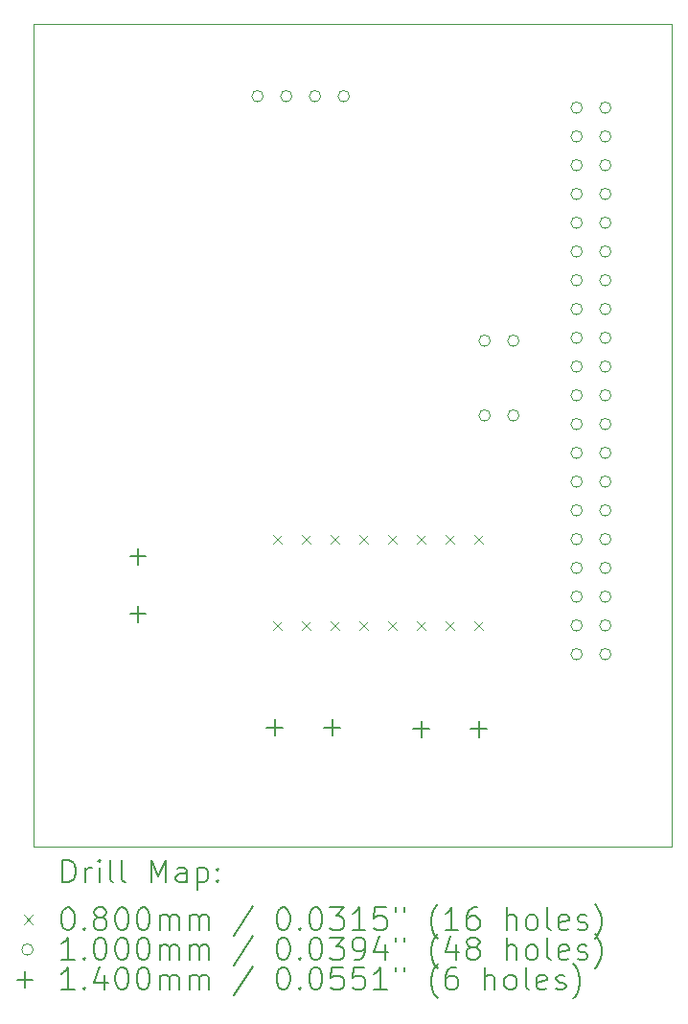
<source format=gbr>
%TF.GenerationSoftware,KiCad,Pcbnew,9.0.1*%
%TF.CreationDate,2025-07-29T22:47:00+03:00*%
%TF.ProjectId,Ras pi hat,52617320-7069-4206-9861-742e6b696361,rev?*%
%TF.SameCoordinates,Original*%
%TF.FileFunction,Drillmap*%
%TF.FilePolarity,Positive*%
%FSLAX45Y45*%
G04 Gerber Fmt 4.5, Leading zero omitted, Abs format (unit mm)*
G04 Created by KiCad (PCBNEW 9.0.1) date 2025-07-29 22:47:00*
%MOMM*%
%LPD*%
G01*
G04 APERTURE LIST*
%ADD10C,0.050000*%
%ADD11C,0.200000*%
%ADD12C,0.100000*%
%ADD13C,0.140000*%
G04 APERTURE END LIST*
D10*
X15290800Y-4800600D02*
X20929600Y-4800600D01*
X20929600Y-12065000D01*
X15290800Y-12065000D01*
X15290800Y-4800600D01*
D11*
D12*
X17409800Y-9306700D02*
X17489800Y-9386700D01*
X17489800Y-9306700D02*
X17409800Y-9386700D01*
X17409800Y-10068700D02*
X17489800Y-10148700D01*
X17489800Y-10068700D02*
X17409800Y-10148700D01*
X17663800Y-9306700D02*
X17743800Y-9386700D01*
X17743800Y-9306700D02*
X17663800Y-9386700D01*
X17663800Y-10068700D02*
X17743800Y-10148700D01*
X17743800Y-10068700D02*
X17663800Y-10148700D01*
X17917800Y-9306700D02*
X17997800Y-9386700D01*
X17997800Y-9306700D02*
X17917800Y-9386700D01*
X17917800Y-10068700D02*
X17997800Y-10148700D01*
X17997800Y-10068700D02*
X17917800Y-10148700D01*
X18171800Y-9306700D02*
X18251800Y-9386700D01*
X18251800Y-9306700D02*
X18171800Y-9386700D01*
X18171800Y-10068700D02*
X18251800Y-10148700D01*
X18251800Y-10068700D02*
X18171800Y-10148700D01*
X18425800Y-9306700D02*
X18505800Y-9386700D01*
X18505800Y-9306700D02*
X18425800Y-9386700D01*
X18425800Y-10068700D02*
X18505800Y-10148700D01*
X18505800Y-10068700D02*
X18425800Y-10148700D01*
X18679800Y-9306700D02*
X18759800Y-9386700D01*
X18759800Y-9306700D02*
X18679800Y-9386700D01*
X18679800Y-10068700D02*
X18759800Y-10148700D01*
X18759800Y-10068700D02*
X18679800Y-10148700D01*
X18933800Y-9306700D02*
X19013800Y-9386700D01*
X19013800Y-9306700D02*
X18933800Y-9386700D01*
X18933800Y-10068700D02*
X19013800Y-10148700D01*
X19013800Y-10068700D02*
X18933800Y-10148700D01*
X19187800Y-9306700D02*
X19267800Y-9386700D01*
X19267800Y-9306700D02*
X19187800Y-9386700D01*
X19187800Y-10068700D02*
X19267800Y-10148700D01*
X19267800Y-10068700D02*
X19187800Y-10148700D01*
X17322000Y-5435600D02*
G75*
G02*
X17222000Y-5435600I-50000J0D01*
G01*
X17222000Y-5435600D02*
G75*
G02*
X17322000Y-5435600I50000J0D01*
G01*
X17576000Y-5435600D02*
G75*
G02*
X17476000Y-5435600I-50000J0D01*
G01*
X17476000Y-5435600D02*
G75*
G02*
X17576000Y-5435600I50000J0D01*
G01*
X17830000Y-5435600D02*
G75*
G02*
X17730000Y-5435600I-50000J0D01*
G01*
X17730000Y-5435600D02*
G75*
G02*
X17830000Y-5435600I50000J0D01*
G01*
X18084000Y-5435600D02*
G75*
G02*
X17984000Y-5435600I-50000J0D01*
G01*
X17984000Y-5435600D02*
G75*
G02*
X18084000Y-5435600I50000J0D01*
G01*
X19328600Y-7594600D02*
G75*
G02*
X19228600Y-7594600I-50000J0D01*
G01*
X19228600Y-7594600D02*
G75*
G02*
X19328600Y-7594600I50000J0D01*
G01*
X19328600Y-8255000D02*
G75*
G02*
X19228600Y-8255000I-50000J0D01*
G01*
X19228600Y-8255000D02*
G75*
G02*
X19328600Y-8255000I50000J0D01*
G01*
X19582600Y-7594600D02*
G75*
G02*
X19482600Y-7594600I-50000J0D01*
G01*
X19482600Y-7594600D02*
G75*
G02*
X19582600Y-7594600I50000J0D01*
G01*
X19582600Y-8255000D02*
G75*
G02*
X19482600Y-8255000I-50000J0D01*
G01*
X19482600Y-8255000D02*
G75*
G02*
X19582600Y-8255000I50000J0D01*
G01*
X20141400Y-5537200D02*
G75*
G02*
X20041400Y-5537200I-50000J0D01*
G01*
X20041400Y-5537200D02*
G75*
G02*
X20141400Y-5537200I50000J0D01*
G01*
X20141400Y-5791200D02*
G75*
G02*
X20041400Y-5791200I-50000J0D01*
G01*
X20041400Y-5791200D02*
G75*
G02*
X20141400Y-5791200I50000J0D01*
G01*
X20141400Y-6045200D02*
G75*
G02*
X20041400Y-6045200I-50000J0D01*
G01*
X20041400Y-6045200D02*
G75*
G02*
X20141400Y-6045200I50000J0D01*
G01*
X20141400Y-6299200D02*
G75*
G02*
X20041400Y-6299200I-50000J0D01*
G01*
X20041400Y-6299200D02*
G75*
G02*
X20141400Y-6299200I50000J0D01*
G01*
X20141400Y-6553200D02*
G75*
G02*
X20041400Y-6553200I-50000J0D01*
G01*
X20041400Y-6553200D02*
G75*
G02*
X20141400Y-6553200I50000J0D01*
G01*
X20141400Y-6807200D02*
G75*
G02*
X20041400Y-6807200I-50000J0D01*
G01*
X20041400Y-6807200D02*
G75*
G02*
X20141400Y-6807200I50000J0D01*
G01*
X20141400Y-7061200D02*
G75*
G02*
X20041400Y-7061200I-50000J0D01*
G01*
X20041400Y-7061200D02*
G75*
G02*
X20141400Y-7061200I50000J0D01*
G01*
X20141400Y-7315200D02*
G75*
G02*
X20041400Y-7315200I-50000J0D01*
G01*
X20041400Y-7315200D02*
G75*
G02*
X20141400Y-7315200I50000J0D01*
G01*
X20141400Y-7569200D02*
G75*
G02*
X20041400Y-7569200I-50000J0D01*
G01*
X20041400Y-7569200D02*
G75*
G02*
X20141400Y-7569200I50000J0D01*
G01*
X20141400Y-7823200D02*
G75*
G02*
X20041400Y-7823200I-50000J0D01*
G01*
X20041400Y-7823200D02*
G75*
G02*
X20141400Y-7823200I50000J0D01*
G01*
X20141400Y-8077200D02*
G75*
G02*
X20041400Y-8077200I-50000J0D01*
G01*
X20041400Y-8077200D02*
G75*
G02*
X20141400Y-8077200I50000J0D01*
G01*
X20141400Y-8331200D02*
G75*
G02*
X20041400Y-8331200I-50000J0D01*
G01*
X20041400Y-8331200D02*
G75*
G02*
X20141400Y-8331200I50000J0D01*
G01*
X20141400Y-8585200D02*
G75*
G02*
X20041400Y-8585200I-50000J0D01*
G01*
X20041400Y-8585200D02*
G75*
G02*
X20141400Y-8585200I50000J0D01*
G01*
X20141400Y-8839200D02*
G75*
G02*
X20041400Y-8839200I-50000J0D01*
G01*
X20041400Y-8839200D02*
G75*
G02*
X20141400Y-8839200I50000J0D01*
G01*
X20141400Y-9093200D02*
G75*
G02*
X20041400Y-9093200I-50000J0D01*
G01*
X20041400Y-9093200D02*
G75*
G02*
X20141400Y-9093200I50000J0D01*
G01*
X20141400Y-9347200D02*
G75*
G02*
X20041400Y-9347200I-50000J0D01*
G01*
X20041400Y-9347200D02*
G75*
G02*
X20141400Y-9347200I50000J0D01*
G01*
X20141400Y-9601200D02*
G75*
G02*
X20041400Y-9601200I-50000J0D01*
G01*
X20041400Y-9601200D02*
G75*
G02*
X20141400Y-9601200I50000J0D01*
G01*
X20141400Y-9855200D02*
G75*
G02*
X20041400Y-9855200I-50000J0D01*
G01*
X20041400Y-9855200D02*
G75*
G02*
X20141400Y-9855200I50000J0D01*
G01*
X20141400Y-10109200D02*
G75*
G02*
X20041400Y-10109200I-50000J0D01*
G01*
X20041400Y-10109200D02*
G75*
G02*
X20141400Y-10109200I50000J0D01*
G01*
X20141400Y-10363200D02*
G75*
G02*
X20041400Y-10363200I-50000J0D01*
G01*
X20041400Y-10363200D02*
G75*
G02*
X20141400Y-10363200I50000J0D01*
G01*
X20395400Y-5537200D02*
G75*
G02*
X20295400Y-5537200I-50000J0D01*
G01*
X20295400Y-5537200D02*
G75*
G02*
X20395400Y-5537200I50000J0D01*
G01*
X20395400Y-5791200D02*
G75*
G02*
X20295400Y-5791200I-50000J0D01*
G01*
X20295400Y-5791200D02*
G75*
G02*
X20395400Y-5791200I50000J0D01*
G01*
X20395400Y-6045200D02*
G75*
G02*
X20295400Y-6045200I-50000J0D01*
G01*
X20295400Y-6045200D02*
G75*
G02*
X20395400Y-6045200I50000J0D01*
G01*
X20395400Y-6299200D02*
G75*
G02*
X20295400Y-6299200I-50000J0D01*
G01*
X20295400Y-6299200D02*
G75*
G02*
X20395400Y-6299200I50000J0D01*
G01*
X20395400Y-6553200D02*
G75*
G02*
X20295400Y-6553200I-50000J0D01*
G01*
X20295400Y-6553200D02*
G75*
G02*
X20395400Y-6553200I50000J0D01*
G01*
X20395400Y-6807200D02*
G75*
G02*
X20295400Y-6807200I-50000J0D01*
G01*
X20295400Y-6807200D02*
G75*
G02*
X20395400Y-6807200I50000J0D01*
G01*
X20395400Y-7061200D02*
G75*
G02*
X20295400Y-7061200I-50000J0D01*
G01*
X20295400Y-7061200D02*
G75*
G02*
X20395400Y-7061200I50000J0D01*
G01*
X20395400Y-7315200D02*
G75*
G02*
X20295400Y-7315200I-50000J0D01*
G01*
X20295400Y-7315200D02*
G75*
G02*
X20395400Y-7315200I50000J0D01*
G01*
X20395400Y-7569200D02*
G75*
G02*
X20295400Y-7569200I-50000J0D01*
G01*
X20295400Y-7569200D02*
G75*
G02*
X20395400Y-7569200I50000J0D01*
G01*
X20395400Y-7823200D02*
G75*
G02*
X20295400Y-7823200I-50000J0D01*
G01*
X20295400Y-7823200D02*
G75*
G02*
X20395400Y-7823200I50000J0D01*
G01*
X20395400Y-8077200D02*
G75*
G02*
X20295400Y-8077200I-50000J0D01*
G01*
X20295400Y-8077200D02*
G75*
G02*
X20395400Y-8077200I50000J0D01*
G01*
X20395400Y-8331200D02*
G75*
G02*
X20295400Y-8331200I-50000J0D01*
G01*
X20295400Y-8331200D02*
G75*
G02*
X20395400Y-8331200I50000J0D01*
G01*
X20395400Y-8585200D02*
G75*
G02*
X20295400Y-8585200I-50000J0D01*
G01*
X20295400Y-8585200D02*
G75*
G02*
X20395400Y-8585200I50000J0D01*
G01*
X20395400Y-8839200D02*
G75*
G02*
X20295400Y-8839200I-50000J0D01*
G01*
X20295400Y-8839200D02*
G75*
G02*
X20395400Y-8839200I50000J0D01*
G01*
X20395400Y-9093200D02*
G75*
G02*
X20295400Y-9093200I-50000J0D01*
G01*
X20295400Y-9093200D02*
G75*
G02*
X20395400Y-9093200I50000J0D01*
G01*
X20395400Y-9347200D02*
G75*
G02*
X20295400Y-9347200I-50000J0D01*
G01*
X20295400Y-9347200D02*
G75*
G02*
X20395400Y-9347200I50000J0D01*
G01*
X20395400Y-9601200D02*
G75*
G02*
X20295400Y-9601200I-50000J0D01*
G01*
X20295400Y-9601200D02*
G75*
G02*
X20395400Y-9601200I50000J0D01*
G01*
X20395400Y-9855200D02*
G75*
G02*
X20295400Y-9855200I-50000J0D01*
G01*
X20295400Y-9855200D02*
G75*
G02*
X20395400Y-9855200I50000J0D01*
G01*
X20395400Y-10109200D02*
G75*
G02*
X20295400Y-10109200I-50000J0D01*
G01*
X20295400Y-10109200D02*
G75*
G02*
X20395400Y-10109200I50000J0D01*
G01*
X20395400Y-10363200D02*
G75*
G02*
X20295400Y-10363200I-50000J0D01*
G01*
X20295400Y-10363200D02*
G75*
G02*
X20395400Y-10363200I50000J0D01*
G01*
D13*
X16217350Y-9430100D02*
X16217350Y-9570100D01*
X16147350Y-9500100D02*
X16287350Y-9500100D01*
X16217350Y-9938100D02*
X16217350Y-10078100D01*
X16147350Y-10008100D02*
X16287350Y-10008100D01*
X17423400Y-10940350D02*
X17423400Y-11080350D01*
X17353400Y-11010350D02*
X17493400Y-11010350D01*
X17931400Y-10940350D02*
X17931400Y-11080350D01*
X17861400Y-11010350D02*
X18001400Y-11010350D01*
X18719800Y-10953600D02*
X18719800Y-11093600D01*
X18649800Y-11023600D02*
X18789800Y-11023600D01*
X19227800Y-10953600D02*
X19227800Y-11093600D01*
X19157800Y-11023600D02*
X19297800Y-11023600D01*
D11*
X15549077Y-12378984D02*
X15549077Y-12178984D01*
X15549077Y-12178984D02*
X15596696Y-12178984D01*
X15596696Y-12178984D02*
X15625267Y-12188508D01*
X15625267Y-12188508D02*
X15644315Y-12207555D01*
X15644315Y-12207555D02*
X15653839Y-12226603D01*
X15653839Y-12226603D02*
X15663362Y-12264698D01*
X15663362Y-12264698D02*
X15663362Y-12293269D01*
X15663362Y-12293269D02*
X15653839Y-12331365D01*
X15653839Y-12331365D02*
X15644315Y-12350412D01*
X15644315Y-12350412D02*
X15625267Y-12369460D01*
X15625267Y-12369460D02*
X15596696Y-12378984D01*
X15596696Y-12378984D02*
X15549077Y-12378984D01*
X15749077Y-12378984D02*
X15749077Y-12245650D01*
X15749077Y-12283746D02*
X15758601Y-12264698D01*
X15758601Y-12264698D02*
X15768124Y-12255174D01*
X15768124Y-12255174D02*
X15787172Y-12245650D01*
X15787172Y-12245650D02*
X15806220Y-12245650D01*
X15872886Y-12378984D02*
X15872886Y-12245650D01*
X15872886Y-12178984D02*
X15863362Y-12188508D01*
X15863362Y-12188508D02*
X15872886Y-12198031D01*
X15872886Y-12198031D02*
X15882410Y-12188508D01*
X15882410Y-12188508D02*
X15872886Y-12178984D01*
X15872886Y-12178984D02*
X15872886Y-12198031D01*
X15996696Y-12378984D02*
X15977648Y-12369460D01*
X15977648Y-12369460D02*
X15968124Y-12350412D01*
X15968124Y-12350412D02*
X15968124Y-12178984D01*
X16101458Y-12378984D02*
X16082410Y-12369460D01*
X16082410Y-12369460D02*
X16072886Y-12350412D01*
X16072886Y-12350412D02*
X16072886Y-12178984D01*
X16330029Y-12378984D02*
X16330029Y-12178984D01*
X16330029Y-12178984D02*
X16396696Y-12321841D01*
X16396696Y-12321841D02*
X16463362Y-12178984D01*
X16463362Y-12178984D02*
X16463362Y-12378984D01*
X16644315Y-12378984D02*
X16644315Y-12274222D01*
X16644315Y-12274222D02*
X16634791Y-12255174D01*
X16634791Y-12255174D02*
X16615743Y-12245650D01*
X16615743Y-12245650D02*
X16577648Y-12245650D01*
X16577648Y-12245650D02*
X16558601Y-12255174D01*
X16644315Y-12369460D02*
X16625267Y-12378984D01*
X16625267Y-12378984D02*
X16577648Y-12378984D01*
X16577648Y-12378984D02*
X16558601Y-12369460D01*
X16558601Y-12369460D02*
X16549077Y-12350412D01*
X16549077Y-12350412D02*
X16549077Y-12331365D01*
X16549077Y-12331365D02*
X16558601Y-12312317D01*
X16558601Y-12312317D02*
X16577648Y-12302793D01*
X16577648Y-12302793D02*
X16625267Y-12302793D01*
X16625267Y-12302793D02*
X16644315Y-12293269D01*
X16739553Y-12245650D02*
X16739553Y-12445650D01*
X16739553Y-12255174D02*
X16758601Y-12245650D01*
X16758601Y-12245650D02*
X16796696Y-12245650D01*
X16796696Y-12245650D02*
X16815744Y-12255174D01*
X16815744Y-12255174D02*
X16825267Y-12264698D01*
X16825267Y-12264698D02*
X16834791Y-12283746D01*
X16834791Y-12283746D02*
X16834791Y-12340888D01*
X16834791Y-12340888D02*
X16825267Y-12359936D01*
X16825267Y-12359936D02*
X16815744Y-12369460D01*
X16815744Y-12369460D02*
X16796696Y-12378984D01*
X16796696Y-12378984D02*
X16758601Y-12378984D01*
X16758601Y-12378984D02*
X16739553Y-12369460D01*
X16920505Y-12359936D02*
X16930029Y-12369460D01*
X16930029Y-12369460D02*
X16920505Y-12378984D01*
X16920505Y-12378984D02*
X16910982Y-12369460D01*
X16910982Y-12369460D02*
X16920505Y-12359936D01*
X16920505Y-12359936D02*
X16920505Y-12378984D01*
X16920505Y-12255174D02*
X16930029Y-12264698D01*
X16930029Y-12264698D02*
X16920505Y-12274222D01*
X16920505Y-12274222D02*
X16910982Y-12264698D01*
X16910982Y-12264698D02*
X16920505Y-12255174D01*
X16920505Y-12255174D02*
X16920505Y-12274222D01*
D12*
X15208300Y-12667500D02*
X15288300Y-12747500D01*
X15288300Y-12667500D02*
X15208300Y-12747500D01*
D11*
X15587172Y-12598984D02*
X15606220Y-12598984D01*
X15606220Y-12598984D02*
X15625267Y-12608508D01*
X15625267Y-12608508D02*
X15634791Y-12618031D01*
X15634791Y-12618031D02*
X15644315Y-12637079D01*
X15644315Y-12637079D02*
X15653839Y-12675174D01*
X15653839Y-12675174D02*
X15653839Y-12722793D01*
X15653839Y-12722793D02*
X15644315Y-12760888D01*
X15644315Y-12760888D02*
X15634791Y-12779936D01*
X15634791Y-12779936D02*
X15625267Y-12789460D01*
X15625267Y-12789460D02*
X15606220Y-12798984D01*
X15606220Y-12798984D02*
X15587172Y-12798984D01*
X15587172Y-12798984D02*
X15568124Y-12789460D01*
X15568124Y-12789460D02*
X15558601Y-12779936D01*
X15558601Y-12779936D02*
X15549077Y-12760888D01*
X15549077Y-12760888D02*
X15539553Y-12722793D01*
X15539553Y-12722793D02*
X15539553Y-12675174D01*
X15539553Y-12675174D02*
X15549077Y-12637079D01*
X15549077Y-12637079D02*
X15558601Y-12618031D01*
X15558601Y-12618031D02*
X15568124Y-12608508D01*
X15568124Y-12608508D02*
X15587172Y-12598984D01*
X15739553Y-12779936D02*
X15749077Y-12789460D01*
X15749077Y-12789460D02*
X15739553Y-12798984D01*
X15739553Y-12798984D02*
X15730029Y-12789460D01*
X15730029Y-12789460D02*
X15739553Y-12779936D01*
X15739553Y-12779936D02*
X15739553Y-12798984D01*
X15863362Y-12684698D02*
X15844315Y-12675174D01*
X15844315Y-12675174D02*
X15834791Y-12665650D01*
X15834791Y-12665650D02*
X15825267Y-12646603D01*
X15825267Y-12646603D02*
X15825267Y-12637079D01*
X15825267Y-12637079D02*
X15834791Y-12618031D01*
X15834791Y-12618031D02*
X15844315Y-12608508D01*
X15844315Y-12608508D02*
X15863362Y-12598984D01*
X15863362Y-12598984D02*
X15901458Y-12598984D01*
X15901458Y-12598984D02*
X15920505Y-12608508D01*
X15920505Y-12608508D02*
X15930029Y-12618031D01*
X15930029Y-12618031D02*
X15939553Y-12637079D01*
X15939553Y-12637079D02*
X15939553Y-12646603D01*
X15939553Y-12646603D02*
X15930029Y-12665650D01*
X15930029Y-12665650D02*
X15920505Y-12675174D01*
X15920505Y-12675174D02*
X15901458Y-12684698D01*
X15901458Y-12684698D02*
X15863362Y-12684698D01*
X15863362Y-12684698D02*
X15844315Y-12694222D01*
X15844315Y-12694222D02*
X15834791Y-12703746D01*
X15834791Y-12703746D02*
X15825267Y-12722793D01*
X15825267Y-12722793D02*
X15825267Y-12760888D01*
X15825267Y-12760888D02*
X15834791Y-12779936D01*
X15834791Y-12779936D02*
X15844315Y-12789460D01*
X15844315Y-12789460D02*
X15863362Y-12798984D01*
X15863362Y-12798984D02*
X15901458Y-12798984D01*
X15901458Y-12798984D02*
X15920505Y-12789460D01*
X15920505Y-12789460D02*
X15930029Y-12779936D01*
X15930029Y-12779936D02*
X15939553Y-12760888D01*
X15939553Y-12760888D02*
X15939553Y-12722793D01*
X15939553Y-12722793D02*
X15930029Y-12703746D01*
X15930029Y-12703746D02*
X15920505Y-12694222D01*
X15920505Y-12694222D02*
X15901458Y-12684698D01*
X16063362Y-12598984D02*
X16082410Y-12598984D01*
X16082410Y-12598984D02*
X16101458Y-12608508D01*
X16101458Y-12608508D02*
X16110982Y-12618031D01*
X16110982Y-12618031D02*
X16120505Y-12637079D01*
X16120505Y-12637079D02*
X16130029Y-12675174D01*
X16130029Y-12675174D02*
X16130029Y-12722793D01*
X16130029Y-12722793D02*
X16120505Y-12760888D01*
X16120505Y-12760888D02*
X16110982Y-12779936D01*
X16110982Y-12779936D02*
X16101458Y-12789460D01*
X16101458Y-12789460D02*
X16082410Y-12798984D01*
X16082410Y-12798984D02*
X16063362Y-12798984D01*
X16063362Y-12798984D02*
X16044315Y-12789460D01*
X16044315Y-12789460D02*
X16034791Y-12779936D01*
X16034791Y-12779936D02*
X16025267Y-12760888D01*
X16025267Y-12760888D02*
X16015743Y-12722793D01*
X16015743Y-12722793D02*
X16015743Y-12675174D01*
X16015743Y-12675174D02*
X16025267Y-12637079D01*
X16025267Y-12637079D02*
X16034791Y-12618031D01*
X16034791Y-12618031D02*
X16044315Y-12608508D01*
X16044315Y-12608508D02*
X16063362Y-12598984D01*
X16253839Y-12598984D02*
X16272886Y-12598984D01*
X16272886Y-12598984D02*
X16291934Y-12608508D01*
X16291934Y-12608508D02*
X16301458Y-12618031D01*
X16301458Y-12618031D02*
X16310982Y-12637079D01*
X16310982Y-12637079D02*
X16320505Y-12675174D01*
X16320505Y-12675174D02*
X16320505Y-12722793D01*
X16320505Y-12722793D02*
X16310982Y-12760888D01*
X16310982Y-12760888D02*
X16301458Y-12779936D01*
X16301458Y-12779936D02*
X16291934Y-12789460D01*
X16291934Y-12789460D02*
X16272886Y-12798984D01*
X16272886Y-12798984D02*
X16253839Y-12798984D01*
X16253839Y-12798984D02*
X16234791Y-12789460D01*
X16234791Y-12789460D02*
X16225267Y-12779936D01*
X16225267Y-12779936D02*
X16215743Y-12760888D01*
X16215743Y-12760888D02*
X16206220Y-12722793D01*
X16206220Y-12722793D02*
X16206220Y-12675174D01*
X16206220Y-12675174D02*
X16215743Y-12637079D01*
X16215743Y-12637079D02*
X16225267Y-12618031D01*
X16225267Y-12618031D02*
X16234791Y-12608508D01*
X16234791Y-12608508D02*
X16253839Y-12598984D01*
X16406220Y-12798984D02*
X16406220Y-12665650D01*
X16406220Y-12684698D02*
X16415743Y-12675174D01*
X16415743Y-12675174D02*
X16434791Y-12665650D01*
X16434791Y-12665650D02*
X16463363Y-12665650D01*
X16463363Y-12665650D02*
X16482410Y-12675174D01*
X16482410Y-12675174D02*
X16491934Y-12694222D01*
X16491934Y-12694222D02*
X16491934Y-12798984D01*
X16491934Y-12694222D02*
X16501458Y-12675174D01*
X16501458Y-12675174D02*
X16520505Y-12665650D01*
X16520505Y-12665650D02*
X16549077Y-12665650D01*
X16549077Y-12665650D02*
X16568124Y-12675174D01*
X16568124Y-12675174D02*
X16577648Y-12694222D01*
X16577648Y-12694222D02*
X16577648Y-12798984D01*
X16672886Y-12798984D02*
X16672886Y-12665650D01*
X16672886Y-12684698D02*
X16682410Y-12675174D01*
X16682410Y-12675174D02*
X16701458Y-12665650D01*
X16701458Y-12665650D02*
X16730029Y-12665650D01*
X16730029Y-12665650D02*
X16749077Y-12675174D01*
X16749077Y-12675174D02*
X16758601Y-12694222D01*
X16758601Y-12694222D02*
X16758601Y-12798984D01*
X16758601Y-12694222D02*
X16768124Y-12675174D01*
X16768124Y-12675174D02*
X16787172Y-12665650D01*
X16787172Y-12665650D02*
X16815744Y-12665650D01*
X16815744Y-12665650D02*
X16834791Y-12675174D01*
X16834791Y-12675174D02*
X16844315Y-12694222D01*
X16844315Y-12694222D02*
X16844315Y-12798984D01*
X17234791Y-12589460D02*
X17063363Y-12846603D01*
X17491934Y-12598984D02*
X17510982Y-12598984D01*
X17510982Y-12598984D02*
X17530029Y-12608508D01*
X17530029Y-12608508D02*
X17539553Y-12618031D01*
X17539553Y-12618031D02*
X17549077Y-12637079D01*
X17549077Y-12637079D02*
X17558601Y-12675174D01*
X17558601Y-12675174D02*
X17558601Y-12722793D01*
X17558601Y-12722793D02*
X17549077Y-12760888D01*
X17549077Y-12760888D02*
X17539553Y-12779936D01*
X17539553Y-12779936D02*
X17530029Y-12789460D01*
X17530029Y-12789460D02*
X17510982Y-12798984D01*
X17510982Y-12798984D02*
X17491934Y-12798984D01*
X17491934Y-12798984D02*
X17472887Y-12789460D01*
X17472887Y-12789460D02*
X17463363Y-12779936D01*
X17463363Y-12779936D02*
X17453839Y-12760888D01*
X17453839Y-12760888D02*
X17444315Y-12722793D01*
X17444315Y-12722793D02*
X17444315Y-12675174D01*
X17444315Y-12675174D02*
X17453839Y-12637079D01*
X17453839Y-12637079D02*
X17463363Y-12618031D01*
X17463363Y-12618031D02*
X17472887Y-12608508D01*
X17472887Y-12608508D02*
X17491934Y-12598984D01*
X17644315Y-12779936D02*
X17653839Y-12789460D01*
X17653839Y-12789460D02*
X17644315Y-12798984D01*
X17644315Y-12798984D02*
X17634791Y-12789460D01*
X17634791Y-12789460D02*
X17644315Y-12779936D01*
X17644315Y-12779936D02*
X17644315Y-12798984D01*
X17777648Y-12598984D02*
X17796696Y-12598984D01*
X17796696Y-12598984D02*
X17815744Y-12608508D01*
X17815744Y-12608508D02*
X17825268Y-12618031D01*
X17825268Y-12618031D02*
X17834791Y-12637079D01*
X17834791Y-12637079D02*
X17844315Y-12675174D01*
X17844315Y-12675174D02*
X17844315Y-12722793D01*
X17844315Y-12722793D02*
X17834791Y-12760888D01*
X17834791Y-12760888D02*
X17825268Y-12779936D01*
X17825268Y-12779936D02*
X17815744Y-12789460D01*
X17815744Y-12789460D02*
X17796696Y-12798984D01*
X17796696Y-12798984D02*
X17777648Y-12798984D01*
X17777648Y-12798984D02*
X17758601Y-12789460D01*
X17758601Y-12789460D02*
X17749077Y-12779936D01*
X17749077Y-12779936D02*
X17739553Y-12760888D01*
X17739553Y-12760888D02*
X17730029Y-12722793D01*
X17730029Y-12722793D02*
X17730029Y-12675174D01*
X17730029Y-12675174D02*
X17739553Y-12637079D01*
X17739553Y-12637079D02*
X17749077Y-12618031D01*
X17749077Y-12618031D02*
X17758601Y-12608508D01*
X17758601Y-12608508D02*
X17777648Y-12598984D01*
X17910982Y-12598984D02*
X18034791Y-12598984D01*
X18034791Y-12598984D02*
X17968125Y-12675174D01*
X17968125Y-12675174D02*
X17996696Y-12675174D01*
X17996696Y-12675174D02*
X18015744Y-12684698D01*
X18015744Y-12684698D02*
X18025268Y-12694222D01*
X18025268Y-12694222D02*
X18034791Y-12713269D01*
X18034791Y-12713269D02*
X18034791Y-12760888D01*
X18034791Y-12760888D02*
X18025268Y-12779936D01*
X18025268Y-12779936D02*
X18015744Y-12789460D01*
X18015744Y-12789460D02*
X17996696Y-12798984D01*
X17996696Y-12798984D02*
X17939553Y-12798984D01*
X17939553Y-12798984D02*
X17920506Y-12789460D01*
X17920506Y-12789460D02*
X17910982Y-12779936D01*
X18225268Y-12798984D02*
X18110982Y-12798984D01*
X18168125Y-12798984D02*
X18168125Y-12598984D01*
X18168125Y-12598984D02*
X18149077Y-12627555D01*
X18149077Y-12627555D02*
X18130029Y-12646603D01*
X18130029Y-12646603D02*
X18110982Y-12656127D01*
X18406220Y-12598984D02*
X18310982Y-12598984D01*
X18310982Y-12598984D02*
X18301458Y-12694222D01*
X18301458Y-12694222D02*
X18310982Y-12684698D01*
X18310982Y-12684698D02*
X18330029Y-12675174D01*
X18330029Y-12675174D02*
X18377649Y-12675174D01*
X18377649Y-12675174D02*
X18396696Y-12684698D01*
X18396696Y-12684698D02*
X18406220Y-12694222D01*
X18406220Y-12694222D02*
X18415744Y-12713269D01*
X18415744Y-12713269D02*
X18415744Y-12760888D01*
X18415744Y-12760888D02*
X18406220Y-12779936D01*
X18406220Y-12779936D02*
X18396696Y-12789460D01*
X18396696Y-12789460D02*
X18377649Y-12798984D01*
X18377649Y-12798984D02*
X18330029Y-12798984D01*
X18330029Y-12798984D02*
X18310982Y-12789460D01*
X18310982Y-12789460D02*
X18301458Y-12779936D01*
X18491934Y-12598984D02*
X18491934Y-12637079D01*
X18568125Y-12598984D02*
X18568125Y-12637079D01*
X18863363Y-12875174D02*
X18853839Y-12865650D01*
X18853839Y-12865650D02*
X18834791Y-12837079D01*
X18834791Y-12837079D02*
X18825268Y-12818031D01*
X18825268Y-12818031D02*
X18815744Y-12789460D01*
X18815744Y-12789460D02*
X18806220Y-12741841D01*
X18806220Y-12741841D02*
X18806220Y-12703746D01*
X18806220Y-12703746D02*
X18815744Y-12656127D01*
X18815744Y-12656127D02*
X18825268Y-12627555D01*
X18825268Y-12627555D02*
X18834791Y-12608508D01*
X18834791Y-12608508D02*
X18853839Y-12579936D01*
X18853839Y-12579936D02*
X18863363Y-12570412D01*
X19044315Y-12798984D02*
X18930030Y-12798984D01*
X18987172Y-12798984D02*
X18987172Y-12598984D01*
X18987172Y-12598984D02*
X18968125Y-12627555D01*
X18968125Y-12627555D02*
X18949077Y-12646603D01*
X18949077Y-12646603D02*
X18930030Y-12656127D01*
X19215744Y-12598984D02*
X19177649Y-12598984D01*
X19177649Y-12598984D02*
X19158601Y-12608508D01*
X19158601Y-12608508D02*
X19149077Y-12618031D01*
X19149077Y-12618031D02*
X19130030Y-12646603D01*
X19130030Y-12646603D02*
X19120506Y-12684698D01*
X19120506Y-12684698D02*
X19120506Y-12760888D01*
X19120506Y-12760888D02*
X19130030Y-12779936D01*
X19130030Y-12779936D02*
X19139553Y-12789460D01*
X19139553Y-12789460D02*
X19158601Y-12798984D01*
X19158601Y-12798984D02*
X19196696Y-12798984D01*
X19196696Y-12798984D02*
X19215744Y-12789460D01*
X19215744Y-12789460D02*
X19225268Y-12779936D01*
X19225268Y-12779936D02*
X19234791Y-12760888D01*
X19234791Y-12760888D02*
X19234791Y-12713269D01*
X19234791Y-12713269D02*
X19225268Y-12694222D01*
X19225268Y-12694222D02*
X19215744Y-12684698D01*
X19215744Y-12684698D02*
X19196696Y-12675174D01*
X19196696Y-12675174D02*
X19158601Y-12675174D01*
X19158601Y-12675174D02*
X19139553Y-12684698D01*
X19139553Y-12684698D02*
X19130030Y-12694222D01*
X19130030Y-12694222D02*
X19120506Y-12713269D01*
X19472887Y-12798984D02*
X19472887Y-12598984D01*
X19558601Y-12798984D02*
X19558601Y-12694222D01*
X19558601Y-12694222D02*
X19549077Y-12675174D01*
X19549077Y-12675174D02*
X19530030Y-12665650D01*
X19530030Y-12665650D02*
X19501458Y-12665650D01*
X19501458Y-12665650D02*
X19482411Y-12675174D01*
X19482411Y-12675174D02*
X19472887Y-12684698D01*
X19682411Y-12798984D02*
X19663363Y-12789460D01*
X19663363Y-12789460D02*
X19653839Y-12779936D01*
X19653839Y-12779936D02*
X19644315Y-12760888D01*
X19644315Y-12760888D02*
X19644315Y-12703746D01*
X19644315Y-12703746D02*
X19653839Y-12684698D01*
X19653839Y-12684698D02*
X19663363Y-12675174D01*
X19663363Y-12675174D02*
X19682411Y-12665650D01*
X19682411Y-12665650D02*
X19710982Y-12665650D01*
X19710982Y-12665650D02*
X19730030Y-12675174D01*
X19730030Y-12675174D02*
X19739553Y-12684698D01*
X19739553Y-12684698D02*
X19749077Y-12703746D01*
X19749077Y-12703746D02*
X19749077Y-12760888D01*
X19749077Y-12760888D02*
X19739553Y-12779936D01*
X19739553Y-12779936D02*
X19730030Y-12789460D01*
X19730030Y-12789460D02*
X19710982Y-12798984D01*
X19710982Y-12798984D02*
X19682411Y-12798984D01*
X19863363Y-12798984D02*
X19844315Y-12789460D01*
X19844315Y-12789460D02*
X19834792Y-12770412D01*
X19834792Y-12770412D02*
X19834792Y-12598984D01*
X20015744Y-12789460D02*
X19996696Y-12798984D01*
X19996696Y-12798984D02*
X19958601Y-12798984D01*
X19958601Y-12798984D02*
X19939553Y-12789460D01*
X19939553Y-12789460D02*
X19930030Y-12770412D01*
X19930030Y-12770412D02*
X19930030Y-12694222D01*
X19930030Y-12694222D02*
X19939553Y-12675174D01*
X19939553Y-12675174D02*
X19958601Y-12665650D01*
X19958601Y-12665650D02*
X19996696Y-12665650D01*
X19996696Y-12665650D02*
X20015744Y-12675174D01*
X20015744Y-12675174D02*
X20025268Y-12694222D01*
X20025268Y-12694222D02*
X20025268Y-12713269D01*
X20025268Y-12713269D02*
X19930030Y-12732317D01*
X20101458Y-12789460D02*
X20120506Y-12798984D01*
X20120506Y-12798984D02*
X20158601Y-12798984D01*
X20158601Y-12798984D02*
X20177649Y-12789460D01*
X20177649Y-12789460D02*
X20187173Y-12770412D01*
X20187173Y-12770412D02*
X20187173Y-12760888D01*
X20187173Y-12760888D02*
X20177649Y-12741841D01*
X20177649Y-12741841D02*
X20158601Y-12732317D01*
X20158601Y-12732317D02*
X20130030Y-12732317D01*
X20130030Y-12732317D02*
X20110982Y-12722793D01*
X20110982Y-12722793D02*
X20101458Y-12703746D01*
X20101458Y-12703746D02*
X20101458Y-12694222D01*
X20101458Y-12694222D02*
X20110982Y-12675174D01*
X20110982Y-12675174D02*
X20130030Y-12665650D01*
X20130030Y-12665650D02*
X20158601Y-12665650D01*
X20158601Y-12665650D02*
X20177649Y-12675174D01*
X20253839Y-12875174D02*
X20263363Y-12865650D01*
X20263363Y-12865650D02*
X20282411Y-12837079D01*
X20282411Y-12837079D02*
X20291934Y-12818031D01*
X20291934Y-12818031D02*
X20301458Y-12789460D01*
X20301458Y-12789460D02*
X20310982Y-12741841D01*
X20310982Y-12741841D02*
X20310982Y-12703746D01*
X20310982Y-12703746D02*
X20301458Y-12656127D01*
X20301458Y-12656127D02*
X20291934Y-12627555D01*
X20291934Y-12627555D02*
X20282411Y-12608508D01*
X20282411Y-12608508D02*
X20263363Y-12579936D01*
X20263363Y-12579936D02*
X20253839Y-12570412D01*
D12*
X15288300Y-12971500D02*
G75*
G02*
X15188300Y-12971500I-50000J0D01*
G01*
X15188300Y-12971500D02*
G75*
G02*
X15288300Y-12971500I50000J0D01*
G01*
D11*
X15653839Y-13062984D02*
X15539553Y-13062984D01*
X15596696Y-13062984D02*
X15596696Y-12862984D01*
X15596696Y-12862984D02*
X15577648Y-12891555D01*
X15577648Y-12891555D02*
X15558601Y-12910603D01*
X15558601Y-12910603D02*
X15539553Y-12920127D01*
X15739553Y-13043936D02*
X15749077Y-13053460D01*
X15749077Y-13053460D02*
X15739553Y-13062984D01*
X15739553Y-13062984D02*
X15730029Y-13053460D01*
X15730029Y-13053460D02*
X15739553Y-13043936D01*
X15739553Y-13043936D02*
X15739553Y-13062984D01*
X15872886Y-12862984D02*
X15891934Y-12862984D01*
X15891934Y-12862984D02*
X15910982Y-12872508D01*
X15910982Y-12872508D02*
X15920505Y-12882031D01*
X15920505Y-12882031D02*
X15930029Y-12901079D01*
X15930029Y-12901079D02*
X15939553Y-12939174D01*
X15939553Y-12939174D02*
X15939553Y-12986793D01*
X15939553Y-12986793D02*
X15930029Y-13024888D01*
X15930029Y-13024888D02*
X15920505Y-13043936D01*
X15920505Y-13043936D02*
X15910982Y-13053460D01*
X15910982Y-13053460D02*
X15891934Y-13062984D01*
X15891934Y-13062984D02*
X15872886Y-13062984D01*
X15872886Y-13062984D02*
X15853839Y-13053460D01*
X15853839Y-13053460D02*
X15844315Y-13043936D01*
X15844315Y-13043936D02*
X15834791Y-13024888D01*
X15834791Y-13024888D02*
X15825267Y-12986793D01*
X15825267Y-12986793D02*
X15825267Y-12939174D01*
X15825267Y-12939174D02*
X15834791Y-12901079D01*
X15834791Y-12901079D02*
X15844315Y-12882031D01*
X15844315Y-12882031D02*
X15853839Y-12872508D01*
X15853839Y-12872508D02*
X15872886Y-12862984D01*
X16063362Y-12862984D02*
X16082410Y-12862984D01*
X16082410Y-12862984D02*
X16101458Y-12872508D01*
X16101458Y-12872508D02*
X16110982Y-12882031D01*
X16110982Y-12882031D02*
X16120505Y-12901079D01*
X16120505Y-12901079D02*
X16130029Y-12939174D01*
X16130029Y-12939174D02*
X16130029Y-12986793D01*
X16130029Y-12986793D02*
X16120505Y-13024888D01*
X16120505Y-13024888D02*
X16110982Y-13043936D01*
X16110982Y-13043936D02*
X16101458Y-13053460D01*
X16101458Y-13053460D02*
X16082410Y-13062984D01*
X16082410Y-13062984D02*
X16063362Y-13062984D01*
X16063362Y-13062984D02*
X16044315Y-13053460D01*
X16044315Y-13053460D02*
X16034791Y-13043936D01*
X16034791Y-13043936D02*
X16025267Y-13024888D01*
X16025267Y-13024888D02*
X16015743Y-12986793D01*
X16015743Y-12986793D02*
X16015743Y-12939174D01*
X16015743Y-12939174D02*
X16025267Y-12901079D01*
X16025267Y-12901079D02*
X16034791Y-12882031D01*
X16034791Y-12882031D02*
X16044315Y-12872508D01*
X16044315Y-12872508D02*
X16063362Y-12862984D01*
X16253839Y-12862984D02*
X16272886Y-12862984D01*
X16272886Y-12862984D02*
X16291934Y-12872508D01*
X16291934Y-12872508D02*
X16301458Y-12882031D01*
X16301458Y-12882031D02*
X16310982Y-12901079D01*
X16310982Y-12901079D02*
X16320505Y-12939174D01*
X16320505Y-12939174D02*
X16320505Y-12986793D01*
X16320505Y-12986793D02*
X16310982Y-13024888D01*
X16310982Y-13024888D02*
X16301458Y-13043936D01*
X16301458Y-13043936D02*
X16291934Y-13053460D01*
X16291934Y-13053460D02*
X16272886Y-13062984D01*
X16272886Y-13062984D02*
X16253839Y-13062984D01*
X16253839Y-13062984D02*
X16234791Y-13053460D01*
X16234791Y-13053460D02*
X16225267Y-13043936D01*
X16225267Y-13043936D02*
X16215743Y-13024888D01*
X16215743Y-13024888D02*
X16206220Y-12986793D01*
X16206220Y-12986793D02*
X16206220Y-12939174D01*
X16206220Y-12939174D02*
X16215743Y-12901079D01*
X16215743Y-12901079D02*
X16225267Y-12882031D01*
X16225267Y-12882031D02*
X16234791Y-12872508D01*
X16234791Y-12872508D02*
X16253839Y-12862984D01*
X16406220Y-13062984D02*
X16406220Y-12929650D01*
X16406220Y-12948698D02*
X16415743Y-12939174D01*
X16415743Y-12939174D02*
X16434791Y-12929650D01*
X16434791Y-12929650D02*
X16463363Y-12929650D01*
X16463363Y-12929650D02*
X16482410Y-12939174D01*
X16482410Y-12939174D02*
X16491934Y-12958222D01*
X16491934Y-12958222D02*
X16491934Y-13062984D01*
X16491934Y-12958222D02*
X16501458Y-12939174D01*
X16501458Y-12939174D02*
X16520505Y-12929650D01*
X16520505Y-12929650D02*
X16549077Y-12929650D01*
X16549077Y-12929650D02*
X16568124Y-12939174D01*
X16568124Y-12939174D02*
X16577648Y-12958222D01*
X16577648Y-12958222D02*
X16577648Y-13062984D01*
X16672886Y-13062984D02*
X16672886Y-12929650D01*
X16672886Y-12948698D02*
X16682410Y-12939174D01*
X16682410Y-12939174D02*
X16701458Y-12929650D01*
X16701458Y-12929650D02*
X16730029Y-12929650D01*
X16730029Y-12929650D02*
X16749077Y-12939174D01*
X16749077Y-12939174D02*
X16758601Y-12958222D01*
X16758601Y-12958222D02*
X16758601Y-13062984D01*
X16758601Y-12958222D02*
X16768124Y-12939174D01*
X16768124Y-12939174D02*
X16787172Y-12929650D01*
X16787172Y-12929650D02*
X16815744Y-12929650D01*
X16815744Y-12929650D02*
X16834791Y-12939174D01*
X16834791Y-12939174D02*
X16844315Y-12958222D01*
X16844315Y-12958222D02*
X16844315Y-13062984D01*
X17234791Y-12853460D02*
X17063363Y-13110603D01*
X17491934Y-12862984D02*
X17510982Y-12862984D01*
X17510982Y-12862984D02*
X17530029Y-12872508D01*
X17530029Y-12872508D02*
X17539553Y-12882031D01*
X17539553Y-12882031D02*
X17549077Y-12901079D01*
X17549077Y-12901079D02*
X17558601Y-12939174D01*
X17558601Y-12939174D02*
X17558601Y-12986793D01*
X17558601Y-12986793D02*
X17549077Y-13024888D01*
X17549077Y-13024888D02*
X17539553Y-13043936D01*
X17539553Y-13043936D02*
X17530029Y-13053460D01*
X17530029Y-13053460D02*
X17510982Y-13062984D01*
X17510982Y-13062984D02*
X17491934Y-13062984D01*
X17491934Y-13062984D02*
X17472887Y-13053460D01*
X17472887Y-13053460D02*
X17463363Y-13043936D01*
X17463363Y-13043936D02*
X17453839Y-13024888D01*
X17453839Y-13024888D02*
X17444315Y-12986793D01*
X17444315Y-12986793D02*
X17444315Y-12939174D01*
X17444315Y-12939174D02*
X17453839Y-12901079D01*
X17453839Y-12901079D02*
X17463363Y-12882031D01*
X17463363Y-12882031D02*
X17472887Y-12872508D01*
X17472887Y-12872508D02*
X17491934Y-12862984D01*
X17644315Y-13043936D02*
X17653839Y-13053460D01*
X17653839Y-13053460D02*
X17644315Y-13062984D01*
X17644315Y-13062984D02*
X17634791Y-13053460D01*
X17634791Y-13053460D02*
X17644315Y-13043936D01*
X17644315Y-13043936D02*
X17644315Y-13062984D01*
X17777648Y-12862984D02*
X17796696Y-12862984D01*
X17796696Y-12862984D02*
X17815744Y-12872508D01*
X17815744Y-12872508D02*
X17825268Y-12882031D01*
X17825268Y-12882031D02*
X17834791Y-12901079D01*
X17834791Y-12901079D02*
X17844315Y-12939174D01*
X17844315Y-12939174D02*
X17844315Y-12986793D01*
X17844315Y-12986793D02*
X17834791Y-13024888D01*
X17834791Y-13024888D02*
X17825268Y-13043936D01*
X17825268Y-13043936D02*
X17815744Y-13053460D01*
X17815744Y-13053460D02*
X17796696Y-13062984D01*
X17796696Y-13062984D02*
X17777648Y-13062984D01*
X17777648Y-13062984D02*
X17758601Y-13053460D01*
X17758601Y-13053460D02*
X17749077Y-13043936D01*
X17749077Y-13043936D02*
X17739553Y-13024888D01*
X17739553Y-13024888D02*
X17730029Y-12986793D01*
X17730029Y-12986793D02*
X17730029Y-12939174D01*
X17730029Y-12939174D02*
X17739553Y-12901079D01*
X17739553Y-12901079D02*
X17749077Y-12882031D01*
X17749077Y-12882031D02*
X17758601Y-12872508D01*
X17758601Y-12872508D02*
X17777648Y-12862984D01*
X17910982Y-12862984D02*
X18034791Y-12862984D01*
X18034791Y-12862984D02*
X17968125Y-12939174D01*
X17968125Y-12939174D02*
X17996696Y-12939174D01*
X17996696Y-12939174D02*
X18015744Y-12948698D01*
X18015744Y-12948698D02*
X18025268Y-12958222D01*
X18025268Y-12958222D02*
X18034791Y-12977269D01*
X18034791Y-12977269D02*
X18034791Y-13024888D01*
X18034791Y-13024888D02*
X18025268Y-13043936D01*
X18025268Y-13043936D02*
X18015744Y-13053460D01*
X18015744Y-13053460D02*
X17996696Y-13062984D01*
X17996696Y-13062984D02*
X17939553Y-13062984D01*
X17939553Y-13062984D02*
X17920506Y-13053460D01*
X17920506Y-13053460D02*
X17910982Y-13043936D01*
X18130029Y-13062984D02*
X18168125Y-13062984D01*
X18168125Y-13062984D02*
X18187172Y-13053460D01*
X18187172Y-13053460D02*
X18196696Y-13043936D01*
X18196696Y-13043936D02*
X18215744Y-13015365D01*
X18215744Y-13015365D02*
X18225268Y-12977269D01*
X18225268Y-12977269D02*
X18225268Y-12901079D01*
X18225268Y-12901079D02*
X18215744Y-12882031D01*
X18215744Y-12882031D02*
X18206220Y-12872508D01*
X18206220Y-12872508D02*
X18187172Y-12862984D01*
X18187172Y-12862984D02*
X18149077Y-12862984D01*
X18149077Y-12862984D02*
X18130029Y-12872508D01*
X18130029Y-12872508D02*
X18120506Y-12882031D01*
X18120506Y-12882031D02*
X18110982Y-12901079D01*
X18110982Y-12901079D02*
X18110982Y-12948698D01*
X18110982Y-12948698D02*
X18120506Y-12967746D01*
X18120506Y-12967746D02*
X18130029Y-12977269D01*
X18130029Y-12977269D02*
X18149077Y-12986793D01*
X18149077Y-12986793D02*
X18187172Y-12986793D01*
X18187172Y-12986793D02*
X18206220Y-12977269D01*
X18206220Y-12977269D02*
X18215744Y-12967746D01*
X18215744Y-12967746D02*
X18225268Y-12948698D01*
X18396696Y-12929650D02*
X18396696Y-13062984D01*
X18349077Y-12853460D02*
X18301458Y-12996317D01*
X18301458Y-12996317D02*
X18425268Y-12996317D01*
X18491934Y-12862984D02*
X18491934Y-12901079D01*
X18568125Y-12862984D02*
X18568125Y-12901079D01*
X18863363Y-13139174D02*
X18853839Y-13129650D01*
X18853839Y-13129650D02*
X18834791Y-13101079D01*
X18834791Y-13101079D02*
X18825268Y-13082031D01*
X18825268Y-13082031D02*
X18815744Y-13053460D01*
X18815744Y-13053460D02*
X18806220Y-13005841D01*
X18806220Y-13005841D02*
X18806220Y-12967746D01*
X18806220Y-12967746D02*
X18815744Y-12920127D01*
X18815744Y-12920127D02*
X18825268Y-12891555D01*
X18825268Y-12891555D02*
X18834791Y-12872508D01*
X18834791Y-12872508D02*
X18853839Y-12843936D01*
X18853839Y-12843936D02*
X18863363Y-12834412D01*
X19025268Y-12929650D02*
X19025268Y-13062984D01*
X18977649Y-12853460D02*
X18930030Y-12996317D01*
X18930030Y-12996317D02*
X19053839Y-12996317D01*
X19158601Y-12948698D02*
X19139553Y-12939174D01*
X19139553Y-12939174D02*
X19130030Y-12929650D01*
X19130030Y-12929650D02*
X19120506Y-12910603D01*
X19120506Y-12910603D02*
X19120506Y-12901079D01*
X19120506Y-12901079D02*
X19130030Y-12882031D01*
X19130030Y-12882031D02*
X19139553Y-12872508D01*
X19139553Y-12872508D02*
X19158601Y-12862984D01*
X19158601Y-12862984D02*
X19196696Y-12862984D01*
X19196696Y-12862984D02*
X19215744Y-12872508D01*
X19215744Y-12872508D02*
X19225268Y-12882031D01*
X19225268Y-12882031D02*
X19234791Y-12901079D01*
X19234791Y-12901079D02*
X19234791Y-12910603D01*
X19234791Y-12910603D02*
X19225268Y-12929650D01*
X19225268Y-12929650D02*
X19215744Y-12939174D01*
X19215744Y-12939174D02*
X19196696Y-12948698D01*
X19196696Y-12948698D02*
X19158601Y-12948698D01*
X19158601Y-12948698D02*
X19139553Y-12958222D01*
X19139553Y-12958222D02*
X19130030Y-12967746D01*
X19130030Y-12967746D02*
X19120506Y-12986793D01*
X19120506Y-12986793D02*
X19120506Y-13024888D01*
X19120506Y-13024888D02*
X19130030Y-13043936D01*
X19130030Y-13043936D02*
X19139553Y-13053460D01*
X19139553Y-13053460D02*
X19158601Y-13062984D01*
X19158601Y-13062984D02*
X19196696Y-13062984D01*
X19196696Y-13062984D02*
X19215744Y-13053460D01*
X19215744Y-13053460D02*
X19225268Y-13043936D01*
X19225268Y-13043936D02*
X19234791Y-13024888D01*
X19234791Y-13024888D02*
X19234791Y-12986793D01*
X19234791Y-12986793D02*
X19225268Y-12967746D01*
X19225268Y-12967746D02*
X19215744Y-12958222D01*
X19215744Y-12958222D02*
X19196696Y-12948698D01*
X19472887Y-13062984D02*
X19472887Y-12862984D01*
X19558601Y-13062984D02*
X19558601Y-12958222D01*
X19558601Y-12958222D02*
X19549077Y-12939174D01*
X19549077Y-12939174D02*
X19530030Y-12929650D01*
X19530030Y-12929650D02*
X19501458Y-12929650D01*
X19501458Y-12929650D02*
X19482411Y-12939174D01*
X19482411Y-12939174D02*
X19472887Y-12948698D01*
X19682411Y-13062984D02*
X19663363Y-13053460D01*
X19663363Y-13053460D02*
X19653839Y-13043936D01*
X19653839Y-13043936D02*
X19644315Y-13024888D01*
X19644315Y-13024888D02*
X19644315Y-12967746D01*
X19644315Y-12967746D02*
X19653839Y-12948698D01*
X19653839Y-12948698D02*
X19663363Y-12939174D01*
X19663363Y-12939174D02*
X19682411Y-12929650D01*
X19682411Y-12929650D02*
X19710982Y-12929650D01*
X19710982Y-12929650D02*
X19730030Y-12939174D01*
X19730030Y-12939174D02*
X19739553Y-12948698D01*
X19739553Y-12948698D02*
X19749077Y-12967746D01*
X19749077Y-12967746D02*
X19749077Y-13024888D01*
X19749077Y-13024888D02*
X19739553Y-13043936D01*
X19739553Y-13043936D02*
X19730030Y-13053460D01*
X19730030Y-13053460D02*
X19710982Y-13062984D01*
X19710982Y-13062984D02*
X19682411Y-13062984D01*
X19863363Y-13062984D02*
X19844315Y-13053460D01*
X19844315Y-13053460D02*
X19834792Y-13034412D01*
X19834792Y-13034412D02*
X19834792Y-12862984D01*
X20015744Y-13053460D02*
X19996696Y-13062984D01*
X19996696Y-13062984D02*
X19958601Y-13062984D01*
X19958601Y-13062984D02*
X19939553Y-13053460D01*
X19939553Y-13053460D02*
X19930030Y-13034412D01*
X19930030Y-13034412D02*
X19930030Y-12958222D01*
X19930030Y-12958222D02*
X19939553Y-12939174D01*
X19939553Y-12939174D02*
X19958601Y-12929650D01*
X19958601Y-12929650D02*
X19996696Y-12929650D01*
X19996696Y-12929650D02*
X20015744Y-12939174D01*
X20015744Y-12939174D02*
X20025268Y-12958222D01*
X20025268Y-12958222D02*
X20025268Y-12977269D01*
X20025268Y-12977269D02*
X19930030Y-12996317D01*
X20101458Y-13053460D02*
X20120506Y-13062984D01*
X20120506Y-13062984D02*
X20158601Y-13062984D01*
X20158601Y-13062984D02*
X20177649Y-13053460D01*
X20177649Y-13053460D02*
X20187173Y-13034412D01*
X20187173Y-13034412D02*
X20187173Y-13024888D01*
X20187173Y-13024888D02*
X20177649Y-13005841D01*
X20177649Y-13005841D02*
X20158601Y-12996317D01*
X20158601Y-12996317D02*
X20130030Y-12996317D01*
X20130030Y-12996317D02*
X20110982Y-12986793D01*
X20110982Y-12986793D02*
X20101458Y-12967746D01*
X20101458Y-12967746D02*
X20101458Y-12958222D01*
X20101458Y-12958222D02*
X20110982Y-12939174D01*
X20110982Y-12939174D02*
X20130030Y-12929650D01*
X20130030Y-12929650D02*
X20158601Y-12929650D01*
X20158601Y-12929650D02*
X20177649Y-12939174D01*
X20253839Y-13139174D02*
X20263363Y-13129650D01*
X20263363Y-13129650D02*
X20282411Y-13101079D01*
X20282411Y-13101079D02*
X20291934Y-13082031D01*
X20291934Y-13082031D02*
X20301458Y-13053460D01*
X20301458Y-13053460D02*
X20310982Y-13005841D01*
X20310982Y-13005841D02*
X20310982Y-12967746D01*
X20310982Y-12967746D02*
X20301458Y-12920127D01*
X20301458Y-12920127D02*
X20291934Y-12891555D01*
X20291934Y-12891555D02*
X20282411Y-12872508D01*
X20282411Y-12872508D02*
X20263363Y-12843936D01*
X20263363Y-12843936D02*
X20253839Y-12834412D01*
D13*
X15218300Y-13165500D02*
X15218300Y-13305500D01*
X15148300Y-13235500D02*
X15288300Y-13235500D01*
D11*
X15653839Y-13326984D02*
X15539553Y-13326984D01*
X15596696Y-13326984D02*
X15596696Y-13126984D01*
X15596696Y-13126984D02*
X15577648Y-13155555D01*
X15577648Y-13155555D02*
X15558601Y-13174603D01*
X15558601Y-13174603D02*
X15539553Y-13184127D01*
X15739553Y-13307936D02*
X15749077Y-13317460D01*
X15749077Y-13317460D02*
X15739553Y-13326984D01*
X15739553Y-13326984D02*
X15730029Y-13317460D01*
X15730029Y-13317460D02*
X15739553Y-13307936D01*
X15739553Y-13307936D02*
X15739553Y-13326984D01*
X15920505Y-13193650D02*
X15920505Y-13326984D01*
X15872886Y-13117460D02*
X15825267Y-13260317D01*
X15825267Y-13260317D02*
X15949077Y-13260317D01*
X16063362Y-13126984D02*
X16082410Y-13126984D01*
X16082410Y-13126984D02*
X16101458Y-13136508D01*
X16101458Y-13136508D02*
X16110982Y-13146031D01*
X16110982Y-13146031D02*
X16120505Y-13165079D01*
X16120505Y-13165079D02*
X16130029Y-13203174D01*
X16130029Y-13203174D02*
X16130029Y-13250793D01*
X16130029Y-13250793D02*
X16120505Y-13288888D01*
X16120505Y-13288888D02*
X16110982Y-13307936D01*
X16110982Y-13307936D02*
X16101458Y-13317460D01*
X16101458Y-13317460D02*
X16082410Y-13326984D01*
X16082410Y-13326984D02*
X16063362Y-13326984D01*
X16063362Y-13326984D02*
X16044315Y-13317460D01*
X16044315Y-13317460D02*
X16034791Y-13307936D01*
X16034791Y-13307936D02*
X16025267Y-13288888D01*
X16025267Y-13288888D02*
X16015743Y-13250793D01*
X16015743Y-13250793D02*
X16015743Y-13203174D01*
X16015743Y-13203174D02*
X16025267Y-13165079D01*
X16025267Y-13165079D02*
X16034791Y-13146031D01*
X16034791Y-13146031D02*
X16044315Y-13136508D01*
X16044315Y-13136508D02*
X16063362Y-13126984D01*
X16253839Y-13126984D02*
X16272886Y-13126984D01*
X16272886Y-13126984D02*
X16291934Y-13136508D01*
X16291934Y-13136508D02*
X16301458Y-13146031D01*
X16301458Y-13146031D02*
X16310982Y-13165079D01*
X16310982Y-13165079D02*
X16320505Y-13203174D01*
X16320505Y-13203174D02*
X16320505Y-13250793D01*
X16320505Y-13250793D02*
X16310982Y-13288888D01*
X16310982Y-13288888D02*
X16301458Y-13307936D01*
X16301458Y-13307936D02*
X16291934Y-13317460D01*
X16291934Y-13317460D02*
X16272886Y-13326984D01*
X16272886Y-13326984D02*
X16253839Y-13326984D01*
X16253839Y-13326984D02*
X16234791Y-13317460D01*
X16234791Y-13317460D02*
X16225267Y-13307936D01*
X16225267Y-13307936D02*
X16215743Y-13288888D01*
X16215743Y-13288888D02*
X16206220Y-13250793D01*
X16206220Y-13250793D02*
X16206220Y-13203174D01*
X16206220Y-13203174D02*
X16215743Y-13165079D01*
X16215743Y-13165079D02*
X16225267Y-13146031D01*
X16225267Y-13146031D02*
X16234791Y-13136508D01*
X16234791Y-13136508D02*
X16253839Y-13126984D01*
X16406220Y-13326984D02*
X16406220Y-13193650D01*
X16406220Y-13212698D02*
X16415743Y-13203174D01*
X16415743Y-13203174D02*
X16434791Y-13193650D01*
X16434791Y-13193650D02*
X16463363Y-13193650D01*
X16463363Y-13193650D02*
X16482410Y-13203174D01*
X16482410Y-13203174D02*
X16491934Y-13222222D01*
X16491934Y-13222222D02*
X16491934Y-13326984D01*
X16491934Y-13222222D02*
X16501458Y-13203174D01*
X16501458Y-13203174D02*
X16520505Y-13193650D01*
X16520505Y-13193650D02*
X16549077Y-13193650D01*
X16549077Y-13193650D02*
X16568124Y-13203174D01*
X16568124Y-13203174D02*
X16577648Y-13222222D01*
X16577648Y-13222222D02*
X16577648Y-13326984D01*
X16672886Y-13326984D02*
X16672886Y-13193650D01*
X16672886Y-13212698D02*
X16682410Y-13203174D01*
X16682410Y-13203174D02*
X16701458Y-13193650D01*
X16701458Y-13193650D02*
X16730029Y-13193650D01*
X16730029Y-13193650D02*
X16749077Y-13203174D01*
X16749077Y-13203174D02*
X16758601Y-13222222D01*
X16758601Y-13222222D02*
X16758601Y-13326984D01*
X16758601Y-13222222D02*
X16768124Y-13203174D01*
X16768124Y-13203174D02*
X16787172Y-13193650D01*
X16787172Y-13193650D02*
X16815744Y-13193650D01*
X16815744Y-13193650D02*
X16834791Y-13203174D01*
X16834791Y-13203174D02*
X16844315Y-13222222D01*
X16844315Y-13222222D02*
X16844315Y-13326984D01*
X17234791Y-13117460D02*
X17063363Y-13374603D01*
X17491934Y-13126984D02*
X17510982Y-13126984D01*
X17510982Y-13126984D02*
X17530029Y-13136508D01*
X17530029Y-13136508D02*
X17539553Y-13146031D01*
X17539553Y-13146031D02*
X17549077Y-13165079D01*
X17549077Y-13165079D02*
X17558601Y-13203174D01*
X17558601Y-13203174D02*
X17558601Y-13250793D01*
X17558601Y-13250793D02*
X17549077Y-13288888D01*
X17549077Y-13288888D02*
X17539553Y-13307936D01*
X17539553Y-13307936D02*
X17530029Y-13317460D01*
X17530029Y-13317460D02*
X17510982Y-13326984D01*
X17510982Y-13326984D02*
X17491934Y-13326984D01*
X17491934Y-13326984D02*
X17472887Y-13317460D01*
X17472887Y-13317460D02*
X17463363Y-13307936D01*
X17463363Y-13307936D02*
X17453839Y-13288888D01*
X17453839Y-13288888D02*
X17444315Y-13250793D01*
X17444315Y-13250793D02*
X17444315Y-13203174D01*
X17444315Y-13203174D02*
X17453839Y-13165079D01*
X17453839Y-13165079D02*
X17463363Y-13146031D01*
X17463363Y-13146031D02*
X17472887Y-13136508D01*
X17472887Y-13136508D02*
X17491934Y-13126984D01*
X17644315Y-13307936D02*
X17653839Y-13317460D01*
X17653839Y-13317460D02*
X17644315Y-13326984D01*
X17644315Y-13326984D02*
X17634791Y-13317460D01*
X17634791Y-13317460D02*
X17644315Y-13307936D01*
X17644315Y-13307936D02*
X17644315Y-13326984D01*
X17777648Y-13126984D02*
X17796696Y-13126984D01*
X17796696Y-13126984D02*
X17815744Y-13136508D01*
X17815744Y-13136508D02*
X17825268Y-13146031D01*
X17825268Y-13146031D02*
X17834791Y-13165079D01*
X17834791Y-13165079D02*
X17844315Y-13203174D01*
X17844315Y-13203174D02*
X17844315Y-13250793D01*
X17844315Y-13250793D02*
X17834791Y-13288888D01*
X17834791Y-13288888D02*
X17825268Y-13307936D01*
X17825268Y-13307936D02*
X17815744Y-13317460D01*
X17815744Y-13317460D02*
X17796696Y-13326984D01*
X17796696Y-13326984D02*
X17777648Y-13326984D01*
X17777648Y-13326984D02*
X17758601Y-13317460D01*
X17758601Y-13317460D02*
X17749077Y-13307936D01*
X17749077Y-13307936D02*
X17739553Y-13288888D01*
X17739553Y-13288888D02*
X17730029Y-13250793D01*
X17730029Y-13250793D02*
X17730029Y-13203174D01*
X17730029Y-13203174D02*
X17739553Y-13165079D01*
X17739553Y-13165079D02*
X17749077Y-13146031D01*
X17749077Y-13146031D02*
X17758601Y-13136508D01*
X17758601Y-13136508D02*
X17777648Y-13126984D01*
X18025268Y-13126984D02*
X17930029Y-13126984D01*
X17930029Y-13126984D02*
X17920506Y-13222222D01*
X17920506Y-13222222D02*
X17930029Y-13212698D01*
X17930029Y-13212698D02*
X17949077Y-13203174D01*
X17949077Y-13203174D02*
X17996696Y-13203174D01*
X17996696Y-13203174D02*
X18015744Y-13212698D01*
X18015744Y-13212698D02*
X18025268Y-13222222D01*
X18025268Y-13222222D02*
X18034791Y-13241269D01*
X18034791Y-13241269D02*
X18034791Y-13288888D01*
X18034791Y-13288888D02*
X18025268Y-13307936D01*
X18025268Y-13307936D02*
X18015744Y-13317460D01*
X18015744Y-13317460D02*
X17996696Y-13326984D01*
X17996696Y-13326984D02*
X17949077Y-13326984D01*
X17949077Y-13326984D02*
X17930029Y-13317460D01*
X17930029Y-13317460D02*
X17920506Y-13307936D01*
X18215744Y-13126984D02*
X18120506Y-13126984D01*
X18120506Y-13126984D02*
X18110982Y-13222222D01*
X18110982Y-13222222D02*
X18120506Y-13212698D01*
X18120506Y-13212698D02*
X18139553Y-13203174D01*
X18139553Y-13203174D02*
X18187172Y-13203174D01*
X18187172Y-13203174D02*
X18206220Y-13212698D01*
X18206220Y-13212698D02*
X18215744Y-13222222D01*
X18215744Y-13222222D02*
X18225268Y-13241269D01*
X18225268Y-13241269D02*
X18225268Y-13288888D01*
X18225268Y-13288888D02*
X18215744Y-13307936D01*
X18215744Y-13307936D02*
X18206220Y-13317460D01*
X18206220Y-13317460D02*
X18187172Y-13326984D01*
X18187172Y-13326984D02*
X18139553Y-13326984D01*
X18139553Y-13326984D02*
X18120506Y-13317460D01*
X18120506Y-13317460D02*
X18110982Y-13307936D01*
X18415744Y-13326984D02*
X18301458Y-13326984D01*
X18358601Y-13326984D02*
X18358601Y-13126984D01*
X18358601Y-13126984D02*
X18339553Y-13155555D01*
X18339553Y-13155555D02*
X18320506Y-13174603D01*
X18320506Y-13174603D02*
X18301458Y-13184127D01*
X18491934Y-13126984D02*
X18491934Y-13165079D01*
X18568125Y-13126984D02*
X18568125Y-13165079D01*
X18863363Y-13403174D02*
X18853839Y-13393650D01*
X18853839Y-13393650D02*
X18834791Y-13365079D01*
X18834791Y-13365079D02*
X18825268Y-13346031D01*
X18825268Y-13346031D02*
X18815744Y-13317460D01*
X18815744Y-13317460D02*
X18806220Y-13269841D01*
X18806220Y-13269841D02*
X18806220Y-13231746D01*
X18806220Y-13231746D02*
X18815744Y-13184127D01*
X18815744Y-13184127D02*
X18825268Y-13155555D01*
X18825268Y-13155555D02*
X18834791Y-13136508D01*
X18834791Y-13136508D02*
X18853839Y-13107936D01*
X18853839Y-13107936D02*
X18863363Y-13098412D01*
X19025268Y-13126984D02*
X18987172Y-13126984D01*
X18987172Y-13126984D02*
X18968125Y-13136508D01*
X18968125Y-13136508D02*
X18958601Y-13146031D01*
X18958601Y-13146031D02*
X18939553Y-13174603D01*
X18939553Y-13174603D02*
X18930030Y-13212698D01*
X18930030Y-13212698D02*
X18930030Y-13288888D01*
X18930030Y-13288888D02*
X18939553Y-13307936D01*
X18939553Y-13307936D02*
X18949077Y-13317460D01*
X18949077Y-13317460D02*
X18968125Y-13326984D01*
X18968125Y-13326984D02*
X19006220Y-13326984D01*
X19006220Y-13326984D02*
X19025268Y-13317460D01*
X19025268Y-13317460D02*
X19034791Y-13307936D01*
X19034791Y-13307936D02*
X19044315Y-13288888D01*
X19044315Y-13288888D02*
X19044315Y-13241269D01*
X19044315Y-13241269D02*
X19034791Y-13222222D01*
X19034791Y-13222222D02*
X19025268Y-13212698D01*
X19025268Y-13212698D02*
X19006220Y-13203174D01*
X19006220Y-13203174D02*
X18968125Y-13203174D01*
X18968125Y-13203174D02*
X18949077Y-13212698D01*
X18949077Y-13212698D02*
X18939553Y-13222222D01*
X18939553Y-13222222D02*
X18930030Y-13241269D01*
X19282411Y-13326984D02*
X19282411Y-13126984D01*
X19368125Y-13326984D02*
X19368125Y-13222222D01*
X19368125Y-13222222D02*
X19358601Y-13203174D01*
X19358601Y-13203174D02*
X19339553Y-13193650D01*
X19339553Y-13193650D02*
X19310982Y-13193650D01*
X19310982Y-13193650D02*
X19291934Y-13203174D01*
X19291934Y-13203174D02*
X19282411Y-13212698D01*
X19491934Y-13326984D02*
X19472887Y-13317460D01*
X19472887Y-13317460D02*
X19463363Y-13307936D01*
X19463363Y-13307936D02*
X19453839Y-13288888D01*
X19453839Y-13288888D02*
X19453839Y-13231746D01*
X19453839Y-13231746D02*
X19463363Y-13212698D01*
X19463363Y-13212698D02*
X19472887Y-13203174D01*
X19472887Y-13203174D02*
X19491934Y-13193650D01*
X19491934Y-13193650D02*
X19520506Y-13193650D01*
X19520506Y-13193650D02*
X19539553Y-13203174D01*
X19539553Y-13203174D02*
X19549077Y-13212698D01*
X19549077Y-13212698D02*
X19558601Y-13231746D01*
X19558601Y-13231746D02*
X19558601Y-13288888D01*
X19558601Y-13288888D02*
X19549077Y-13307936D01*
X19549077Y-13307936D02*
X19539553Y-13317460D01*
X19539553Y-13317460D02*
X19520506Y-13326984D01*
X19520506Y-13326984D02*
X19491934Y-13326984D01*
X19672887Y-13326984D02*
X19653839Y-13317460D01*
X19653839Y-13317460D02*
X19644315Y-13298412D01*
X19644315Y-13298412D02*
X19644315Y-13126984D01*
X19825268Y-13317460D02*
X19806220Y-13326984D01*
X19806220Y-13326984D02*
X19768125Y-13326984D01*
X19768125Y-13326984D02*
X19749077Y-13317460D01*
X19749077Y-13317460D02*
X19739553Y-13298412D01*
X19739553Y-13298412D02*
X19739553Y-13222222D01*
X19739553Y-13222222D02*
X19749077Y-13203174D01*
X19749077Y-13203174D02*
X19768125Y-13193650D01*
X19768125Y-13193650D02*
X19806220Y-13193650D01*
X19806220Y-13193650D02*
X19825268Y-13203174D01*
X19825268Y-13203174D02*
X19834792Y-13222222D01*
X19834792Y-13222222D02*
X19834792Y-13241269D01*
X19834792Y-13241269D02*
X19739553Y-13260317D01*
X19910982Y-13317460D02*
X19930030Y-13326984D01*
X19930030Y-13326984D02*
X19968125Y-13326984D01*
X19968125Y-13326984D02*
X19987173Y-13317460D01*
X19987173Y-13317460D02*
X19996696Y-13298412D01*
X19996696Y-13298412D02*
X19996696Y-13288888D01*
X19996696Y-13288888D02*
X19987173Y-13269841D01*
X19987173Y-13269841D02*
X19968125Y-13260317D01*
X19968125Y-13260317D02*
X19939553Y-13260317D01*
X19939553Y-13260317D02*
X19920506Y-13250793D01*
X19920506Y-13250793D02*
X19910982Y-13231746D01*
X19910982Y-13231746D02*
X19910982Y-13222222D01*
X19910982Y-13222222D02*
X19920506Y-13203174D01*
X19920506Y-13203174D02*
X19939553Y-13193650D01*
X19939553Y-13193650D02*
X19968125Y-13193650D01*
X19968125Y-13193650D02*
X19987173Y-13203174D01*
X20063363Y-13403174D02*
X20072887Y-13393650D01*
X20072887Y-13393650D02*
X20091934Y-13365079D01*
X20091934Y-13365079D02*
X20101458Y-13346031D01*
X20101458Y-13346031D02*
X20110982Y-13317460D01*
X20110982Y-13317460D02*
X20120506Y-13269841D01*
X20120506Y-13269841D02*
X20120506Y-13231746D01*
X20120506Y-13231746D02*
X20110982Y-13184127D01*
X20110982Y-13184127D02*
X20101458Y-13155555D01*
X20101458Y-13155555D02*
X20091934Y-13136508D01*
X20091934Y-13136508D02*
X20072887Y-13107936D01*
X20072887Y-13107936D02*
X20063363Y-13098412D01*
M02*

</source>
